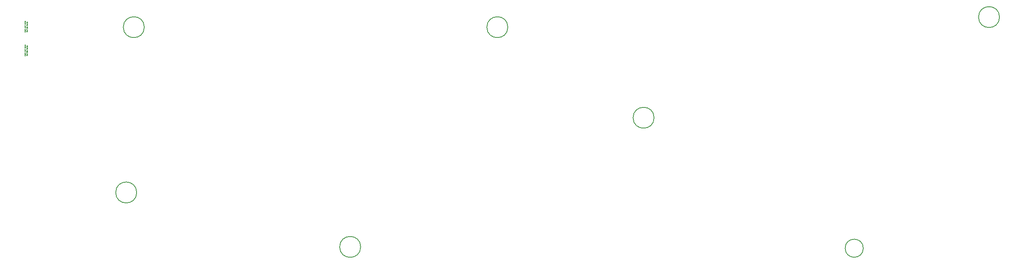
<source format=gbr>
%TF.GenerationSoftware,KiCad,Pcbnew,(7.0.0)*%
%TF.CreationDate,2023-10-27T13:48:32+02:00*%
%TF.ProjectId,vootington VAN,766f6f74-696e-4677-946f-6e2056414e2e,rev?*%
%TF.SameCoordinates,Original*%
%TF.FileFunction,Other,Comment*%
%FSLAX46Y46*%
G04 Gerber Fmt 4.6, Leading zero omitted, Abs format (unit mm)*
G04 Created by KiCad (PCBNEW (7.0.0)) date 2023-10-27 13:48:32*
%MOMM*%
%LPD*%
G01*
G04 APERTURE LIST*
%ADD10C,0.030000*%
%ADD11C,0.150000*%
G04 APERTURE END LIST*
D10*
%TO.C,SW1*%
X35992226Y-56729821D02*
X35792226Y-56729821D01*
X35792226Y-56729821D02*
X35992226Y-56615536D01*
X35992226Y-56615536D02*
X35792226Y-56615536D01*
X35992226Y-56491726D02*
X35982702Y-56510774D01*
X35982702Y-56510774D02*
X35973178Y-56520297D01*
X35973178Y-56520297D02*
X35954130Y-56529821D01*
X35954130Y-56529821D02*
X35896988Y-56529821D01*
X35896988Y-56529821D02*
X35877940Y-56520297D01*
X35877940Y-56520297D02*
X35868416Y-56510774D01*
X35868416Y-56510774D02*
X35858892Y-56491726D01*
X35858892Y-56491726D02*
X35858892Y-56463155D01*
X35858892Y-56463155D02*
X35868416Y-56444107D01*
X35868416Y-56444107D02*
X35877940Y-56434583D01*
X35877940Y-56434583D02*
X35896988Y-56425059D01*
X35896988Y-56425059D02*
X35954130Y-56425059D01*
X35954130Y-56425059D02*
X35973178Y-56434583D01*
X35973178Y-56434583D02*
X35982702Y-56444107D01*
X35982702Y-56444107D02*
X35992226Y-56463155D01*
X35992226Y-56463155D02*
X35992226Y-56491726D01*
X35887464Y-56152679D02*
X35887464Y-56219345D01*
X35992226Y-56219345D02*
X35792226Y-56219345D01*
X35792226Y-56219345D02*
X35792226Y-56124107D01*
X35973178Y-56047916D02*
X35982702Y-56038393D01*
X35982702Y-56038393D02*
X35992226Y-56047916D01*
X35992226Y-56047916D02*
X35982702Y-56057440D01*
X35982702Y-56057440D02*
X35973178Y-56047916D01*
X35973178Y-56047916D02*
X35992226Y-56047916D01*
X35973178Y-55838393D02*
X35982702Y-55847917D01*
X35982702Y-55847917D02*
X35992226Y-55876488D01*
X35992226Y-55876488D02*
X35992226Y-55895536D01*
X35992226Y-55895536D02*
X35982702Y-55924107D01*
X35982702Y-55924107D02*
X35963654Y-55943155D01*
X35963654Y-55943155D02*
X35944607Y-55952678D01*
X35944607Y-55952678D02*
X35906511Y-55962202D01*
X35906511Y-55962202D02*
X35877940Y-55962202D01*
X35877940Y-55962202D02*
X35839845Y-55952678D01*
X35839845Y-55952678D02*
X35820797Y-55943155D01*
X35820797Y-55943155D02*
X35801750Y-55924107D01*
X35801750Y-55924107D02*
X35792226Y-55895536D01*
X35792226Y-55895536D02*
X35792226Y-55876488D01*
X35792226Y-55876488D02*
X35801750Y-55847917D01*
X35801750Y-55847917D02*
X35811273Y-55838393D01*
X35858892Y-55666964D02*
X35992226Y-55666964D01*
X35858892Y-55752678D02*
X35963654Y-55752678D01*
X35963654Y-55752678D02*
X35982702Y-55743155D01*
X35982702Y-55743155D02*
X35992226Y-55724107D01*
X35992226Y-55724107D02*
X35992226Y-55695536D01*
X35992226Y-55695536D02*
X35982702Y-55676488D01*
X35982702Y-55676488D02*
X35973178Y-55666964D01*
X35858892Y-55480298D02*
X35858892Y-55404107D01*
X35792226Y-55451726D02*
X35963654Y-55451726D01*
X35963654Y-55451726D02*
X35982702Y-55442203D01*
X35982702Y-55442203D02*
X35992226Y-55423155D01*
X35992226Y-55423155D02*
X35992226Y-55404107D01*
X35992226Y-55337440D02*
X35858892Y-55337440D01*
X35896988Y-55337440D02*
X35877940Y-55327917D01*
X35877940Y-55327917D02*
X35868416Y-55318393D01*
X35868416Y-55318393D02*
X35858892Y-55299345D01*
X35858892Y-55299345D02*
X35858892Y-55280298D01*
X35992226Y-55127916D02*
X35887464Y-55127916D01*
X35887464Y-55127916D02*
X35868416Y-55137440D01*
X35868416Y-55137440D02*
X35858892Y-55156488D01*
X35858892Y-55156488D02*
X35858892Y-55194583D01*
X35858892Y-55194583D02*
X35868416Y-55213630D01*
X35982702Y-55127916D02*
X35992226Y-55146964D01*
X35992226Y-55146964D02*
X35992226Y-55194583D01*
X35992226Y-55194583D02*
X35982702Y-55213630D01*
X35982702Y-55213630D02*
X35963654Y-55223154D01*
X35963654Y-55223154D02*
X35944607Y-55223154D01*
X35944607Y-55223154D02*
X35925559Y-55213630D01*
X35925559Y-55213630D02*
X35916035Y-55194583D01*
X35916035Y-55194583D02*
X35916035Y-55146964D01*
X35916035Y-55146964D02*
X35906511Y-55127916D01*
X35982702Y-54946964D02*
X35992226Y-54966012D01*
X35992226Y-54966012D02*
X35992226Y-55004107D01*
X35992226Y-55004107D02*
X35982702Y-55023155D01*
X35982702Y-55023155D02*
X35973178Y-55032678D01*
X35973178Y-55032678D02*
X35954130Y-55042202D01*
X35954130Y-55042202D02*
X35896988Y-55042202D01*
X35896988Y-55042202D02*
X35877940Y-55032678D01*
X35877940Y-55032678D02*
X35868416Y-55023155D01*
X35868416Y-55023155D02*
X35858892Y-55004107D01*
X35858892Y-55004107D02*
X35858892Y-54966012D01*
X35858892Y-54966012D02*
X35868416Y-54946964D01*
X35992226Y-54861249D02*
X35792226Y-54861249D01*
X35916035Y-54842202D02*
X35992226Y-54785059D01*
X35858892Y-54785059D02*
X35935083Y-54861249D01*
X35982702Y-54708868D02*
X35992226Y-54689821D01*
X35992226Y-54689821D02*
X35992226Y-54651725D01*
X35992226Y-54651725D02*
X35982702Y-54632678D01*
X35982702Y-54632678D02*
X35963654Y-54623154D01*
X35963654Y-54623154D02*
X35954130Y-54623154D01*
X35954130Y-54623154D02*
X35935083Y-54632678D01*
X35935083Y-54632678D02*
X35925559Y-54651725D01*
X35925559Y-54651725D02*
X35925559Y-54680297D01*
X35925559Y-54680297D02*
X35916035Y-54699344D01*
X35916035Y-54699344D02*
X35896988Y-54708868D01*
X35896988Y-54708868D02*
X35887464Y-54708868D01*
X35887464Y-54708868D02*
X35868416Y-54699344D01*
X35868416Y-54699344D02*
X35858892Y-54680297D01*
X35858892Y-54680297D02*
X35858892Y-54651725D01*
X35858892Y-54651725D02*
X35868416Y-54632678D01*
X35592226Y-56879344D02*
X35392226Y-56879344D01*
X35592226Y-56765059D02*
X35477940Y-56850773D01*
X35392226Y-56765059D02*
X35506511Y-56879344D01*
X35487464Y-56679344D02*
X35487464Y-56612678D01*
X35592226Y-56584106D02*
X35592226Y-56679344D01*
X35592226Y-56679344D02*
X35392226Y-56679344D01*
X35392226Y-56679344D02*
X35392226Y-56584106D01*
X35487464Y-56498392D02*
X35487464Y-56431726D01*
X35592226Y-56403154D02*
X35592226Y-56498392D01*
X35592226Y-56498392D02*
X35392226Y-56498392D01*
X35392226Y-56498392D02*
X35392226Y-56403154D01*
X35592226Y-56317440D02*
X35392226Y-56317440D01*
X35392226Y-56317440D02*
X35392226Y-56241250D01*
X35392226Y-56241250D02*
X35401750Y-56222202D01*
X35401750Y-56222202D02*
X35411273Y-56212679D01*
X35411273Y-56212679D02*
X35430321Y-56203155D01*
X35430321Y-56203155D02*
X35458892Y-56203155D01*
X35458892Y-56203155D02*
X35477940Y-56212679D01*
X35477940Y-56212679D02*
X35487464Y-56222202D01*
X35487464Y-56222202D02*
X35496988Y-56241250D01*
X35496988Y-56241250D02*
X35496988Y-56317440D01*
X35516035Y-56117440D02*
X35516035Y-55965060D01*
X35392226Y-55831726D02*
X35392226Y-55793631D01*
X35392226Y-55793631D02*
X35401750Y-55774583D01*
X35401750Y-55774583D02*
X35420797Y-55755536D01*
X35420797Y-55755536D02*
X35458892Y-55746012D01*
X35458892Y-55746012D02*
X35525559Y-55746012D01*
X35525559Y-55746012D02*
X35563654Y-55755536D01*
X35563654Y-55755536D02*
X35582702Y-55774583D01*
X35582702Y-55774583D02*
X35592226Y-55793631D01*
X35592226Y-55793631D02*
X35592226Y-55831726D01*
X35592226Y-55831726D02*
X35582702Y-55850774D01*
X35582702Y-55850774D02*
X35563654Y-55869821D01*
X35563654Y-55869821D02*
X35525559Y-55879345D01*
X35525559Y-55879345D02*
X35458892Y-55879345D01*
X35458892Y-55879345D02*
X35420797Y-55869821D01*
X35420797Y-55869821D02*
X35401750Y-55850774D01*
X35401750Y-55850774D02*
X35392226Y-55831726D01*
X35392226Y-55660297D02*
X35554130Y-55660297D01*
X35554130Y-55660297D02*
X35573178Y-55650774D01*
X35573178Y-55650774D02*
X35582702Y-55641250D01*
X35582702Y-55641250D02*
X35592226Y-55622202D01*
X35592226Y-55622202D02*
X35592226Y-55584107D01*
X35592226Y-55584107D02*
X35582702Y-55565059D01*
X35582702Y-55565059D02*
X35573178Y-55555536D01*
X35573178Y-55555536D02*
X35554130Y-55546012D01*
X35554130Y-55546012D02*
X35392226Y-55546012D01*
X35392226Y-55479345D02*
X35392226Y-55365059D01*
X35592226Y-55422202D02*
X35392226Y-55422202D01*
X35392226Y-55197440D02*
X35392226Y-55064107D01*
X35392226Y-55064107D02*
X35592226Y-55197440D01*
X35592226Y-55197440D02*
X35592226Y-55064107D01*
X35392226Y-54949821D02*
X35392226Y-54911726D01*
X35392226Y-54911726D02*
X35401750Y-54892678D01*
X35401750Y-54892678D02*
X35420797Y-54873631D01*
X35420797Y-54873631D02*
X35458892Y-54864107D01*
X35458892Y-54864107D02*
X35525559Y-54864107D01*
X35525559Y-54864107D02*
X35563654Y-54873631D01*
X35563654Y-54873631D02*
X35582702Y-54892678D01*
X35582702Y-54892678D02*
X35592226Y-54911726D01*
X35592226Y-54911726D02*
X35592226Y-54949821D01*
X35592226Y-54949821D02*
X35582702Y-54968869D01*
X35582702Y-54968869D02*
X35563654Y-54987916D01*
X35563654Y-54987916D02*
X35525559Y-54997440D01*
X35525559Y-54997440D02*
X35458892Y-54997440D01*
X35458892Y-54997440D02*
X35420797Y-54987916D01*
X35420797Y-54987916D02*
X35401750Y-54968869D01*
X35401750Y-54968869D02*
X35392226Y-54949821D01*
X35592226Y-54778392D02*
X35392226Y-54778392D01*
X35392226Y-54778392D02*
X35592226Y-54664107D01*
X35592226Y-54664107D02*
X35392226Y-54664107D01*
X35487464Y-54568868D02*
X35487464Y-54502202D01*
X35592226Y-54473630D02*
X35592226Y-54568868D01*
X35592226Y-54568868D02*
X35392226Y-54568868D01*
X35392226Y-54568868D02*
X35392226Y-54473630D01*
X35592226Y-51879344D02*
X35392226Y-51879344D01*
X35592226Y-51765059D02*
X35477940Y-51850773D01*
X35392226Y-51765059D02*
X35506511Y-51879344D01*
X35487464Y-51679344D02*
X35487464Y-51612678D01*
X35592226Y-51584106D02*
X35592226Y-51679344D01*
X35592226Y-51679344D02*
X35392226Y-51679344D01*
X35392226Y-51679344D02*
X35392226Y-51584106D01*
X35487464Y-51498392D02*
X35487464Y-51431726D01*
X35592226Y-51403154D02*
X35592226Y-51498392D01*
X35592226Y-51498392D02*
X35392226Y-51498392D01*
X35392226Y-51498392D02*
X35392226Y-51403154D01*
X35592226Y-51317440D02*
X35392226Y-51317440D01*
X35392226Y-51317440D02*
X35392226Y-51241250D01*
X35392226Y-51241250D02*
X35401750Y-51222202D01*
X35401750Y-51222202D02*
X35411273Y-51212679D01*
X35411273Y-51212679D02*
X35430321Y-51203155D01*
X35430321Y-51203155D02*
X35458892Y-51203155D01*
X35458892Y-51203155D02*
X35477940Y-51212679D01*
X35477940Y-51212679D02*
X35487464Y-51222202D01*
X35487464Y-51222202D02*
X35496988Y-51241250D01*
X35496988Y-51241250D02*
X35496988Y-51317440D01*
X35516035Y-51117440D02*
X35516035Y-50965060D01*
X35392226Y-50831726D02*
X35392226Y-50793631D01*
X35392226Y-50793631D02*
X35401750Y-50774583D01*
X35401750Y-50774583D02*
X35420797Y-50755536D01*
X35420797Y-50755536D02*
X35458892Y-50746012D01*
X35458892Y-50746012D02*
X35525559Y-50746012D01*
X35525559Y-50746012D02*
X35563654Y-50755536D01*
X35563654Y-50755536D02*
X35582702Y-50774583D01*
X35582702Y-50774583D02*
X35592226Y-50793631D01*
X35592226Y-50793631D02*
X35592226Y-50831726D01*
X35592226Y-50831726D02*
X35582702Y-50850774D01*
X35582702Y-50850774D02*
X35563654Y-50869821D01*
X35563654Y-50869821D02*
X35525559Y-50879345D01*
X35525559Y-50879345D02*
X35458892Y-50879345D01*
X35458892Y-50879345D02*
X35420797Y-50869821D01*
X35420797Y-50869821D02*
X35401750Y-50850774D01*
X35401750Y-50850774D02*
X35392226Y-50831726D01*
X35392226Y-50660297D02*
X35554130Y-50660297D01*
X35554130Y-50660297D02*
X35573178Y-50650774D01*
X35573178Y-50650774D02*
X35582702Y-50641250D01*
X35582702Y-50641250D02*
X35592226Y-50622202D01*
X35592226Y-50622202D02*
X35592226Y-50584107D01*
X35592226Y-50584107D02*
X35582702Y-50565059D01*
X35582702Y-50565059D02*
X35573178Y-50555536D01*
X35573178Y-50555536D02*
X35554130Y-50546012D01*
X35554130Y-50546012D02*
X35392226Y-50546012D01*
X35392226Y-50479345D02*
X35392226Y-50365059D01*
X35592226Y-50422202D02*
X35392226Y-50422202D01*
X35392226Y-50197440D02*
X35392226Y-50064107D01*
X35392226Y-50064107D02*
X35592226Y-50197440D01*
X35592226Y-50197440D02*
X35592226Y-50064107D01*
X35392226Y-49949821D02*
X35392226Y-49911726D01*
X35392226Y-49911726D02*
X35401750Y-49892678D01*
X35401750Y-49892678D02*
X35420797Y-49873631D01*
X35420797Y-49873631D02*
X35458892Y-49864107D01*
X35458892Y-49864107D02*
X35525559Y-49864107D01*
X35525559Y-49864107D02*
X35563654Y-49873631D01*
X35563654Y-49873631D02*
X35582702Y-49892678D01*
X35582702Y-49892678D02*
X35592226Y-49911726D01*
X35592226Y-49911726D02*
X35592226Y-49949821D01*
X35592226Y-49949821D02*
X35582702Y-49968869D01*
X35582702Y-49968869D02*
X35563654Y-49987916D01*
X35563654Y-49987916D02*
X35525559Y-49997440D01*
X35525559Y-49997440D02*
X35458892Y-49997440D01*
X35458892Y-49997440D02*
X35420797Y-49987916D01*
X35420797Y-49987916D02*
X35401750Y-49968869D01*
X35401750Y-49968869D02*
X35392226Y-49949821D01*
X35592226Y-49778392D02*
X35392226Y-49778392D01*
X35392226Y-49778392D02*
X35592226Y-49664107D01*
X35592226Y-49664107D02*
X35392226Y-49664107D01*
X35487464Y-49568868D02*
X35487464Y-49502202D01*
X35592226Y-49473630D02*
X35592226Y-49568868D01*
X35592226Y-49568868D02*
X35392226Y-49568868D01*
X35392226Y-49568868D02*
X35392226Y-49473630D01*
X35992226Y-51729821D02*
X35792226Y-51729821D01*
X35792226Y-51729821D02*
X35992226Y-51615536D01*
X35992226Y-51615536D02*
X35792226Y-51615536D01*
X35992226Y-51491726D02*
X35982702Y-51510774D01*
X35982702Y-51510774D02*
X35973178Y-51520297D01*
X35973178Y-51520297D02*
X35954130Y-51529821D01*
X35954130Y-51529821D02*
X35896988Y-51529821D01*
X35896988Y-51529821D02*
X35877940Y-51520297D01*
X35877940Y-51520297D02*
X35868416Y-51510774D01*
X35868416Y-51510774D02*
X35858892Y-51491726D01*
X35858892Y-51491726D02*
X35858892Y-51463155D01*
X35858892Y-51463155D02*
X35868416Y-51444107D01*
X35868416Y-51444107D02*
X35877940Y-51434583D01*
X35877940Y-51434583D02*
X35896988Y-51425059D01*
X35896988Y-51425059D02*
X35954130Y-51425059D01*
X35954130Y-51425059D02*
X35973178Y-51434583D01*
X35973178Y-51434583D02*
X35982702Y-51444107D01*
X35982702Y-51444107D02*
X35992226Y-51463155D01*
X35992226Y-51463155D02*
X35992226Y-51491726D01*
X35887464Y-51152679D02*
X35887464Y-51219345D01*
X35992226Y-51219345D02*
X35792226Y-51219345D01*
X35792226Y-51219345D02*
X35792226Y-51124107D01*
X35973178Y-51047916D02*
X35982702Y-51038393D01*
X35982702Y-51038393D02*
X35992226Y-51047916D01*
X35992226Y-51047916D02*
X35982702Y-51057440D01*
X35982702Y-51057440D02*
X35973178Y-51047916D01*
X35973178Y-51047916D02*
X35992226Y-51047916D01*
X35973178Y-50838393D02*
X35982702Y-50847917D01*
X35982702Y-50847917D02*
X35992226Y-50876488D01*
X35992226Y-50876488D02*
X35992226Y-50895536D01*
X35992226Y-50895536D02*
X35982702Y-50924107D01*
X35982702Y-50924107D02*
X35963654Y-50943155D01*
X35963654Y-50943155D02*
X35944607Y-50952678D01*
X35944607Y-50952678D02*
X35906511Y-50962202D01*
X35906511Y-50962202D02*
X35877940Y-50962202D01*
X35877940Y-50962202D02*
X35839845Y-50952678D01*
X35839845Y-50952678D02*
X35820797Y-50943155D01*
X35820797Y-50943155D02*
X35801750Y-50924107D01*
X35801750Y-50924107D02*
X35792226Y-50895536D01*
X35792226Y-50895536D02*
X35792226Y-50876488D01*
X35792226Y-50876488D02*
X35801750Y-50847917D01*
X35801750Y-50847917D02*
X35811273Y-50838393D01*
X35858892Y-50666964D02*
X35992226Y-50666964D01*
X35858892Y-50752678D02*
X35963654Y-50752678D01*
X35963654Y-50752678D02*
X35982702Y-50743155D01*
X35982702Y-50743155D02*
X35992226Y-50724107D01*
X35992226Y-50724107D02*
X35992226Y-50695536D01*
X35992226Y-50695536D02*
X35982702Y-50676488D01*
X35982702Y-50676488D02*
X35973178Y-50666964D01*
X35858892Y-50480298D02*
X35858892Y-50404107D01*
X35792226Y-50451726D02*
X35963654Y-50451726D01*
X35963654Y-50451726D02*
X35982702Y-50442203D01*
X35982702Y-50442203D02*
X35992226Y-50423155D01*
X35992226Y-50423155D02*
X35992226Y-50404107D01*
X35992226Y-50337440D02*
X35858892Y-50337440D01*
X35896988Y-50337440D02*
X35877940Y-50327917D01*
X35877940Y-50327917D02*
X35868416Y-50318393D01*
X35868416Y-50318393D02*
X35858892Y-50299345D01*
X35858892Y-50299345D02*
X35858892Y-50280298D01*
X35992226Y-50127916D02*
X35887464Y-50127916D01*
X35887464Y-50127916D02*
X35868416Y-50137440D01*
X35868416Y-50137440D02*
X35858892Y-50156488D01*
X35858892Y-50156488D02*
X35858892Y-50194583D01*
X35858892Y-50194583D02*
X35868416Y-50213630D01*
X35982702Y-50127916D02*
X35992226Y-50146964D01*
X35992226Y-50146964D02*
X35992226Y-50194583D01*
X35992226Y-50194583D02*
X35982702Y-50213630D01*
X35982702Y-50213630D02*
X35963654Y-50223154D01*
X35963654Y-50223154D02*
X35944607Y-50223154D01*
X35944607Y-50223154D02*
X35925559Y-50213630D01*
X35925559Y-50213630D02*
X35916035Y-50194583D01*
X35916035Y-50194583D02*
X35916035Y-50146964D01*
X35916035Y-50146964D02*
X35906511Y-50127916D01*
X35982702Y-49946964D02*
X35992226Y-49966012D01*
X35992226Y-49966012D02*
X35992226Y-50004107D01*
X35992226Y-50004107D02*
X35982702Y-50023155D01*
X35982702Y-50023155D02*
X35973178Y-50032678D01*
X35973178Y-50032678D02*
X35954130Y-50042202D01*
X35954130Y-50042202D02*
X35896988Y-50042202D01*
X35896988Y-50042202D02*
X35877940Y-50032678D01*
X35877940Y-50032678D02*
X35868416Y-50023155D01*
X35868416Y-50023155D02*
X35858892Y-50004107D01*
X35858892Y-50004107D02*
X35858892Y-49966012D01*
X35858892Y-49966012D02*
X35868416Y-49946964D01*
X35992226Y-49861249D02*
X35792226Y-49861249D01*
X35916035Y-49842202D02*
X35992226Y-49785059D01*
X35858892Y-49785059D02*
X35935083Y-49861249D01*
X35982702Y-49708868D02*
X35992226Y-49689821D01*
X35992226Y-49689821D02*
X35992226Y-49651725D01*
X35992226Y-49651725D02*
X35982702Y-49632678D01*
X35982702Y-49632678D02*
X35963654Y-49623154D01*
X35963654Y-49623154D02*
X35954130Y-49623154D01*
X35954130Y-49623154D02*
X35935083Y-49632678D01*
X35935083Y-49632678D02*
X35925559Y-49651725D01*
X35925559Y-49651725D02*
X35925559Y-49680297D01*
X35925559Y-49680297D02*
X35916035Y-49699344D01*
X35916035Y-49699344D02*
X35896988Y-49708868D01*
X35896988Y-49708868D02*
X35887464Y-49708868D01*
X35887464Y-49708868D02*
X35868416Y-49699344D01*
X35868416Y-49699344D02*
X35858892Y-49680297D01*
X35858892Y-49680297D02*
X35858892Y-49651725D01*
X35858892Y-49651725D02*
X35868416Y-49632678D01*
D11*
%TO.C,H4*%
X167362500Y-69850000D02*
G75*
G03*
X167362500Y-69850000I-2200000J0D01*
G01*
%TO.C,H7*%
X211209500Y-97302500D02*
G75*
G03*
X211209500Y-97302500I-1900000J0D01*
G01*
%TO.C,H6*%
X105862500Y-97024000D02*
G75*
G03*
X105862500Y-97024000I-2200000J0D01*
G01*
%TO.C,H3*%
X239762500Y-48674000D02*
G75*
G03*
X239762500Y-48674000I-2200000J0D01*
G01*
%TO.C,H5*%
X58915000Y-85573750D02*
G75*
G03*
X58915000Y-85573750I-2200000J0D01*
G01*
%TO.C,H1*%
X60512500Y-50800000D02*
G75*
G03*
X60512500Y-50800000I-2200000J0D01*
G01*
%TO.C,H2*%
X136712500Y-50800000D02*
G75*
G03*
X136712500Y-50800000I-2200000J0D01*
G01*
%TD*%
M02*

</source>
